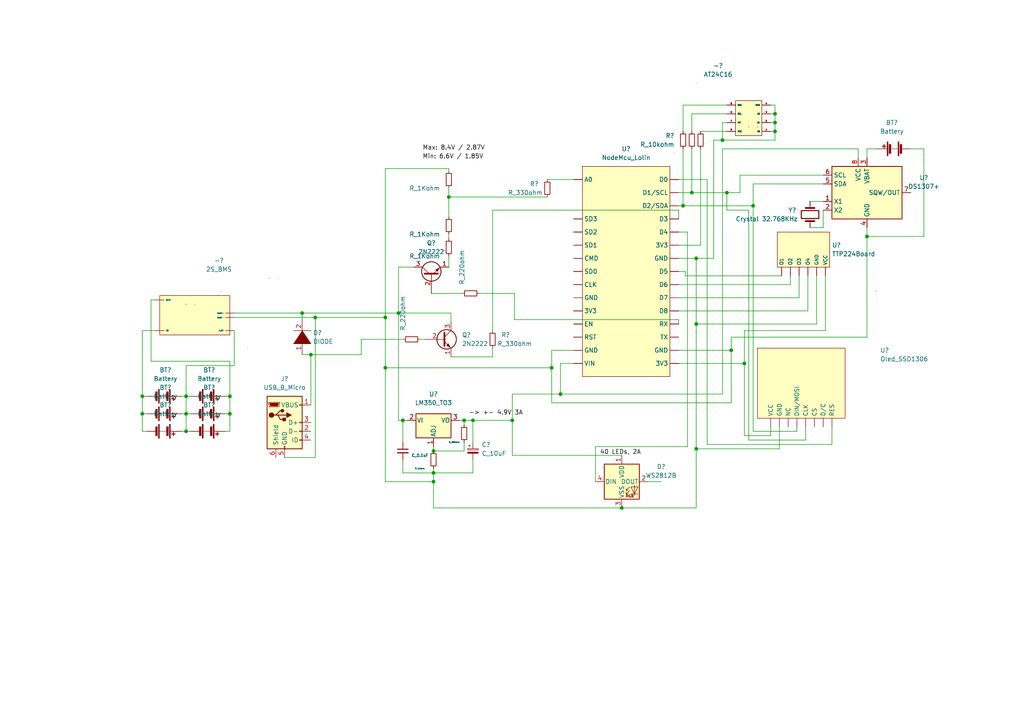
<source format=kicad_sch>
(kicad_sch (version 20211123) (generator eeschema)
  (paper "A4")
  (lib_symbols
    (symbol "Connector:USB_B_Micro" (pin_names (offset 1.016))
      (property "Reference" "J" (at -5.08 11.43 0))
      (property "Value" "USB_B_Micro" (at -5.08 8.89 0))
      (symbol "USB_B_Micro_0_1"
        (rectangle (start -5.08 -7.62) (end 5.08 7.62) (stroke (width 0.254)) (fill (type background)))
        (circle (center -3.81 2.159) (radius 0.635) (stroke (width 0.254)) (fill (type outline)))
        (circle (center -0.635 3.429) (radius 0.381) (stroke (width 0.254)) (fill (type outline)))
        (rectangle (start -0.127 -7.62) (end 0.127 -6.858))
        (polyline (pts (xy -1.905 2.159) (xy 0.635 2.159)) (stroke (width 0.254)))
        (polyline (pts (xy -3.175 2.159) (xy -2.54 2.159) (xy -1.27 3.429) (xy -0.635 3.429)) (stroke (width 0.254)))
        (polyline (pts (xy -2.54 2.159) (xy -1.905 2.159) (xy -1.27 0.889) (xy 0 0.889)) (stroke (width 0.254)))
        (polyline (pts (xy 0.635 2.794) (xy 0.635 1.524) (xy 1.905 2.159) (xy 0.635 2.794)) (stroke (width 0.254)) (fill (type outline)))
        (polyline (pts (xy -4.318 5.588) (xy -1.778 5.588) (xy -2.032 4.826) (xy -4.064 4.826) (xy -4.318 5.588)) (fill (type outline)))
        (polyline (pts (xy -4.699 5.842) (xy -4.699 5.588) (xy -4.445 4.826) (xy -4.445 4.572) (xy -1.651 4.572) (xy -1.651 4.826) (xy -1.397 5.588) (xy -1.397 5.842) (xy -4.699 5.842)))
        (rectangle (start 0.254 1.27) (end -0.508 0.508) (stroke (width 0.254)) (fill (type outline)))
        (rectangle (start 5.08 -5.207) (end 4.318 -4.953))
        (rectangle (start 5.08 -2.667) (end 4.318 -2.413))
        (rectangle (start 5.08 -0.127) (end 4.318 0.127))
        (rectangle (start 5.08 4.953) (end 4.318 5.207))
      )
      (symbol "USB_B_Micro_1_1"
        (pin power_out line (at 7.62 5.08 180) (length 2.54) (name "VBUS") (number "1"))
        (pin bidirectional line (at 7.62 -2.54 180) (length 2.54) (name "D-") (number "2"))
        (pin bidirectional line (at 7.62 0 180) (length 2.54) (name "D+") (number "3"))
        (pin passive line (at 7.62 -5.08 180) (length 2.54) (name "ID") (number "4"))
        (pin power_out line (at 0 -10.16 90) (length 2.54) (name "GND") (number "5"))
        (pin passive line (at -2.54 -10.16 90) (length 2.54) (name "Shield") (number "6"))
      )
    )
    (symbol "Device:Battery" (pin_numbers hide) (pin_names (offset 0) hide)
      (property "Reference" "BT" (at 2.54 2.54 0))
      (property "Value" "Battery" (at 2.54 0 0))
      (symbol "Battery_0_1"
        (rectangle (start -2.032 -1.397) (end 2.032 -1.651) (fill (type outline)))
        (rectangle (start -2.032 1.778) (end 2.032 1.524) (fill (type outline)))
        (rectangle (start -1.3208 -1.9812) (end 1.27 -2.4892) (fill (type outline)))
        (rectangle (start -1.3208 1.1938) (end 1.27 0.6858) (fill (type outline)))
        (polyline (pts (xy 0 -1.524) (xy 0 -1.27)))
        (polyline (pts (xy 0 -1.016) (xy 0 -0.762)))
        (polyline (pts (xy 0 -0.508) (xy 0 -0.254)))
        (polyline (pts (xy 0 0) (xy 0 0.254)))
        (polyline (pts (xy 0 0.508) (xy 0 0.762)))
        (polyline (pts (xy 0 1.778) (xy 0 2.54)))
        (polyline (pts (xy 0.254 2.667) (xy 1.27 2.667)) (stroke (width 0.254)))
        (polyline (pts (xy 0.762 3.175) (xy 0.762 2.159)) (stroke (width 0.254)))
      )
      (symbol "Battery_1_1"
        (pin passive line (at 0 5.08 270) (length 2.54) (name "+") (number "1"))
        (pin passive line (at 0 -5.08 90) (length 2.54) (name "-") (number "2"))
      )
    )
    (symbol "Device:C_Polarized_Small" (pin_numbers hide) (pin_names (offset 0.254) hide)
      (property "Reference" "C" (at 0.254 1.778 0))
      (property "Value" "C_Polarized_Small" (at 0.254 -2.032 0))
      (symbol "C_Polarized_Small_0_1"
        (rectangle (start -1.524 -0.3048) (end 1.524 -0.6858) (fill (type outline)))
        (rectangle (start -1.524 0.6858) (end 1.524 0.3048))
        (polyline (pts (xy -1.27 1.524) (xy -0.762 1.524)))
        (polyline (pts (xy -1.016 1.27) (xy -1.016 1.778)))
      )
      (symbol "C_Polarized_Small_1_1"
        (pin passive line (at 0 2.54 270) (length 1.8542) (name "~") (number "1"))
        (pin passive line (at 0 -2.54 90) (length 1.8542) (name "~") (number "2"))
      )
    )
    (symbol "Device:C_Small" (pin_numbers hide) (pin_names (offset 0.254) hide)
      (property "Reference" "C" (at 0.254 1.778 0))
      (property "Value" "C_Small" (at 0.254 -2.032 0))
      (symbol "C_Small_0_1"
        (polyline (pts (xy -1.524 -0.508) (xy 1.524 -0.508)) (stroke (width 0.3302)))
        (polyline (pts (xy -1.524 0.508) (xy 1.524 0.508)) (stroke (width 0.3048)))
      )
      (symbol "C_Small_1_1"
        (pin passive line (at 0 2.54 270) (length 2.032) (name "~") (number "1"))
        (pin passive line (at 0 -2.54 90) (length 2.032) (name "~") (number "2"))
      )
    )
    (symbol "Device:Crystal" (pin_numbers hide) (pin_names (offset 1.016) hide)
      (property "Reference" "Y" (at 0 3.81 0))
      (property "Value" "Crystal" (at 0 -3.81 0))
      (symbol "Crystal_0_1"
        (rectangle (start -1.143 2.54) (end 1.143 -2.54) (stroke (width 0.3048)))
        (polyline (pts (xy -2.54 0) (xy -1.905 0)))
        (polyline (pts (xy -1.905 -1.27) (xy -1.905 1.27)) (stroke (width 0.508)))
        (polyline (pts (xy 1.905 -1.27) (xy 1.905 1.27)) (stroke (width 0.508)))
        (polyline (pts (xy 2.54 0) (xy 1.905 0)))
      )
      (symbol "Crystal_1_1"
        (pin passive line (at -3.81 0 0) (length 1.27) (name "1") (number "1"))
        (pin passive line (at 3.81 0 180) (length 1.27) (name "2") (number "2"))
      )
    )
    (symbol "Device:R_Small" (pin_numbers hide) (pin_names (offset 0.254) hide)
      (property "Reference" "R" (at 0.762 0.508 0))
      (property "Value" "R_Small" (at 0.762 -1.016 0))
      (symbol "R_Small_0_1"
        (rectangle (start -0.762 1.778) (end 0.762 -1.778) (stroke (width 0.2032)))
      )
      (symbol "R_Small_1_1"
        (pin passive line (at 0 2.54 270) (length 0.762) (name "~") (number "1"))
        (pin passive line (at 0 -2.54 90) (length 0.762) (name "~") (number "2"))
      )
    )
    (symbol "LED:WS2812B" (pin_names (offset 0.254))
      (property "Reference" "D" (at 5.08 5.715 0))
      (property "Value" "WS2812B" (at 1.27 -5.715 0))
      (symbol "WS2812B_0_0"
        (text "RGB" (at 2.286 -4.191 0) (effects (font (size 0.762 0.762))))
      )
      (symbol "WS2812B_0_1"
        (polyline (pts (xy 1.27 -3.556) (xy 1.778 -3.556)))
        (polyline (pts (xy 1.27 -2.54) (xy 1.778 -2.54)))
        (polyline (pts (xy 4.699 -3.556) (xy 2.667 -3.556)))
        (polyline (pts (xy 2.286 -2.54) (xy 1.27 -3.556) (xy 1.27 -3.048)))
        (polyline (pts (xy 2.286 -1.524) (xy 1.27 -2.54) (xy 1.27 -2.032)))
        (polyline (pts (xy 3.683 -1.016) (xy 3.683 -3.556) (xy 3.683 -4.064)))
        (polyline (pts (xy 4.699 -1.524) (xy 2.667 -1.524) (xy 3.683 -3.556) (xy 4.699 -1.524)))
        (rectangle (start 5.08 5.08) (end -5.08 -5.08) (stroke (width 0.254)) (fill (type background)))
      )
      (symbol "WS2812B_1_1"
        (pin power_in line (at 0 7.62 270) (length 2.54) (name "VDD") (number "1"))
        (pin output line (at 7.62 0 180) (length 2.54) (name "DOUT") (number "2"))
        (pin power_in line (at 0 -7.62 90) (length 2.54) (name "VSS") (number "3"))
        (pin input line (at -7.62 0 0) (length 2.54) (name "DIN") (number "4"))
      )
    )
    (symbol "Oled_SSD1306_1"
      (property "Reference" "U" (at 0 0 0))
      (property "Value" "Oled_SSD1306_1" (at 0 0 0))
      (symbol "Oled_SSD1306_1_0_1"
        (rectangle (start -12.7 -3.81) (end 12.7 -24.13) (fill (type background)))
        (rectangle (start 21.59 12.7) (end 21.59 12.7))
        (rectangle (start 21.59 12.7) (end 21.59 12.7))
        (rectangle (start 21.59 12.7) (end 21.59 12.7))
        (rectangle (start 21.59 12.7) (end 21.59 12.7))
        (rectangle (start 21.59 12.7) (end 21.59 12.7))
        (rectangle (start 21.59 12.7) (end 21.59 12.7))
        (rectangle (start 21.59 12.7) (end 21.59 12.7))
        (rectangle (start 21.59 12.7) (end 21.59 12.7))
      )
      (symbol "Oled_SSD1306_1_1_1"
        (pin input line (at 1.27 -26.67 90) (length 2.54) (name "CLK") (number ""))
        (pin input line (at 3.81 -26.67 90) (length 2.54) (name "CS") (number ""))
        (pin input line (at 6.35 -26.67 90) (length 2.54) (name "D/C") (number ""))
        (pin bidirectional line (at -1.27 -26.67 90) (length 2.54) (name "DIN/MOSI") (number ""))
        (pin power_in line (at -6.35 -26.67 90) (length 2.54) (name "GND") (number ""))
        (pin input line (at -3.81 -26.67 90) (length 2.54) (name "NC") (number ""))
        (pin input line (at 8.89 -26.67 90) (length 2.54) (name "RES") (number ""))
        (pin power_in line (at -8.89 -26.67 90) (length 2.54) (name "VCC") (number ""))
      )
    )
    (symbol "Regulator_Linear:LM350_TO3" (pin_names (offset 0.254))
      (property "Reference" "U" (at -3.81 3.175 0))
      (property "Value" "LM350_TO3" (at 0 3.175 0))
      (symbol "LM350_TO3_0_1"
        (rectangle (start -5.08 1.905) (end 5.08 -5.08) (stroke (width 0.254)) (fill (type background)))
      )
      (symbol "LM350_TO3_1_1"
        (pin input line (at 0 -7.62 90) (length 2.54) (name "ADJ") (number "1"))
        (pin power_in line (at -7.62 0 0) (length 2.54) (name "VI") (number "2"))
        (pin power_out line (at 7.62 0 180) (length 2.54) (name "VO") (number "3"))
      )
    )
    (symbol "Timer_RTC:DS1307+"
      (property "Reference" "U" (at -8.89 8.89 0))
      (property "Value" "DS1307+" (at 1.27 8.89 0))
      (symbol "DS1307+_0_1"
        (rectangle (start -10.16 7.62) (end 10.16 -7.62) (stroke (width 0.254)) (fill (type background)))
      )
      (symbol "DS1307+_1_1"
        (pin input line (at -12.7 -2.54 0) (length 2.54) (name "X1") (number "1"))
        (pin input line (at -12.7 -5.08 0) (length 2.54) (name "X2") (number "2"))
        (pin power_in line (at 0 10.16 270) (length 2.54) (name "VBAT") (number "3"))
        (pin power_in line (at 0 -10.16 90) (length 2.54) (name "GND") (number "4"))
        (pin bidirectional line (at -12.7 2.54 0) (length 2.54) (name "SDA") (number "5"))
        (pin input line (at -12.7 5.08 0) (length 2.54) (name "SCL") (number "6"))
        (pin open_collector line (at 12.7 0 180) (length 2.54) (name "SQW/OUT") (number "7"))
        (pin power_in line (at -2.54 10.16 270) (length 2.54) (name "VCC") (number "8"))
      )
    )
    (symbol "custom_boards:2N2222" (pin_names (offset 0) hide)
      (property "Reference" "Q" (at 5.08 1.905 0))
      (property "Value" "2N2222" (at 5.08 0 0))
      (symbol "2N2222_0_1"
        (polyline (pts (xy 0.635 0.635) (xy 2.54 2.54)))
        (polyline (pts (xy 0.635 -0.635) (xy 2.54 -2.54) (xy 2.54 -2.54)))
        (polyline (pts (xy 0.635 1.905) (xy 0.635 -1.905) (xy 0.635 -1.905)) (stroke (width 0.508)))
        (polyline (pts (xy 1.27 -1.778) (xy 1.778 -1.27) (xy 2.286 -2.286) (xy 1.27 -1.778) (xy 1.27 -1.778)) (fill (type outline)))
        (circle (center 1.27 0) (radius 2.8194) (stroke (width 0.254)))
      )
      (symbol "2N2222_1_1"
        (pin passive line (at 2.54 -5.08 90) (length 2.54) (name "E") (number "1"))
        (pin passive line (at -5.08 0 0) (length 5.715) (name "B") (number "2"))
        (pin passive line (at 2.54 5.08 270) (length 2.54) (name "C") (number "3"))
      )
    )
    (symbol "custom_boards:2S_BMS"
      (property "Reference" "-" (at 0 7.62 0))
      (property "Value" "2S_BMS" (at 0 5.08 0))
      (symbol "2S_BMS_0_1"
        (rectangle (start -10.16 2.54) (end 10.16 -8.89) (fill (type background)))
        (rectangle (start -2.54 0) (end -2.54 0))
        (rectangle (start -2.54 0) (end -2.54 0))
        (rectangle (start -2.54 0) (end -2.54 0))
        (rectangle (start 0 0) (end 0 0))
        (rectangle (start 0 0) (end 0 0))
        (rectangle (start 7.62 3.81) (end 7.62 3.81))
        (rectangle (start 7.62 3.81) (end 7.62 3.81))
        (rectangle (start 15.24 -12.7) (end 15.24 -12.7))
        (rectangle (start 21.59 7.62) (end 21.59 7.62))
        (rectangle (start 21.59 7.62) (end 21.59 7.62))
        (rectangle (start 24.13 7.62) (end 24.13 7.62))
      )
      (symbol "2S_BMS_1_1"
        (pin power_out line (at -11.43 -7.62 0) (length 2.54) (name "0V") (number ""))
        (pin power_out line (at 11.43 -7.62 180) (length 2.54) (name "4.2V") (number ""))
        (pin power_out line (at -11.43 1.27 0) (length 2.54) (name "8.4V") (number ""))
        (pin power_in line (at 11.43 -2.54 180) (length 2.54) (name "load+") (number ""))
        (pin power_in line (at 11.43 -3.81 180) (length 2.54) (name "load-") (number ""))
      )
    )
    (symbol "custom_boards:AT24C16"
      (property "Reference" "-" (at 0 7.62 0))
      (property "Value" "AT24C16" (at 0 5.08 0))
      (symbol "AT24C16_0_1"
        (rectangle (start -3.81 2.54) (end 3.81 -7.62) (fill (type background)))
        (rectangle (start -2.54 0) (end -2.54 0))
        (rectangle (start -2.54 0) (end -2.54 0))
        (rectangle (start -2.54 0) (end -2.54 0))
        (rectangle (start 0 0) (end 0 0))
        (rectangle (start 0 0) (end 0 0))
        (rectangle (start 7.62 3.81) (end 7.62 3.81))
        (rectangle (start 7.62 3.81) (end 7.62 3.81))
        (rectangle (start 15.24 -12.7) (end 15.24 -12.7))
        (rectangle (start 21.59 7.62) (end 21.59 7.62))
        (rectangle (start 21.59 7.62) (end 21.59 7.62))
      )
      (symbol "AT24C16_1_1"
        (pin bidirectional line (at -6.35 1.27 0) (length 2.54) (name "A0") (number "1"))
        (pin bidirectional line (at -6.35 -1.27 0) (length 2.54) (name "A1") (number "2"))
        (pin bidirectional line (at -6.35 -3.81 0) (length 2.54) (name "A2") (number "3"))
        (pin power_in line (at -6.35 -6.35 0) (length 2.54) (name "GND") (number "4"))
        (pin bidirectional line (at 6.35 -6.35 180) (length 2.54) (name "SDA") (number "5"))
        (pin input line (at 6.35 -3.81 180) (length 2.54) (name "SCL") (number "6"))
        (pin bidirectional line (at 6.35 -1.27 180) (length 2.54) (name "WP") (number "7"))
        (pin power_in line (at 6.35 1.27 180) (length 2.54) (name "VCC") (number "8"))
      )
    )
    (symbol "custom_boards:NodeMcu_Lolin"
      (property "Reference" "U" (at 0 2.54 0))
      (property "Value" "NodeMcu_Lolin" (at 0 0 0))
      (symbol "NodeMcu_Lolin_0_1"
        (rectangle (start -12.7 -3.81) (end 12.7 -64.77) (fill (type background)))
        (rectangle (start -3.81 -3.81) (end -3.81 -3.81))
        (rectangle (start 6.35 -11.43) (end 6.35 -11.43))
      )
      (symbol "NodeMcu_Lolin_1_1"
        (pin power_out line (at -15.24 -45.72 0) (length 2.54) (name "3V3") (number ""))
        (pin power_out line (at 15.24 -60.96 180) (length 2.54) (name "3V3") (number ""))
        (pin power_out line (at 15.24 -26.67 180) (length 2.54) (name "3V3") (number ""))
        (pin bidirectional line (at -15.24 -7.62 0) (length 2.54) (name "A0") (number ""))
        (pin bidirectional line (at -15.24 -38.1 0) (length 2.54) (name "CLK") (number ""))
        (pin bidirectional line (at -15.24 -30.48 0) (length 2.54) (name "CMD") (number ""))
        (pin bidirectional line (at 15.24 -7.62 180) (length 2.54) (name "D0") (number ""))
        (pin bidirectional line (at 15.24 -11.43 180) (length 2.54) (name "D1/SCL") (number ""))
        (pin bidirectional line (at 15.24 -15.24 180) (length 2.54) (name "D2/SDA") (number ""))
        (pin bidirectional line (at 15.24 -19.05 180) (length 2.54) (name "D3") (number ""))
        (pin bidirectional line (at 15.24 -22.86 180) (length 2.54) (name "D4") (number ""))
        (pin bidirectional line (at 15.24 -34.29 180) (length 2.54) (name "D5") (number ""))
        (pin bidirectional line (at 15.24 -38.1 180) (length 2.54) (name "D6") (number ""))
        (pin bidirectional line (at 15.24 -41.91 180) (length 2.54) (name "D7") (number ""))
        (pin bidirectional line (at 15.24 -45.72 180) (length 2.54) (name "D8") (number ""))
        (pin input line (at -15.24 -49.53 0) (length 2.54) (name "EN") (number ""))
        (pin power_in line (at -15.24 -57.15 0) (length 2.54) (name "GND") (number ""))
        (pin power_out line (at -15.24 -41.91 0) (length 2.54) (name "GND") (number ""))
        (pin power_out line (at 15.24 -57.15 180) (length 2.54) (name "GND") (number ""))
        (pin power_out line (at 15.24 -30.48 180) (length 2.54) (name "GND") (number ""))
        (pin input line (at -15.24 -53.34 0) (length 2.54) (name "RST") (number ""))
        (pin bidirectional line (at 15.24 -49.53 180) (length 2.54) (name "RX") (number ""))
        (pin bidirectional line (at -15.24 -34.29 0) (length 2.54) (name "SD0") (number ""))
        (pin bidirectional line (at -15.24 -26.67 0) (length 2.54) (name "SD1") (number ""))
        (pin bidirectional line (at -15.24 -22.86 0) (length 2.54) (name "SD2") (number ""))
        (pin bidirectional line (at -15.24 -19.05 0) (length 2.54) (name "SD3") (number ""))
        (pin bidirectional line (at 15.24 -53.34 180) (length 2.54) (name "TX") (number ""))
        (pin power_in line (at -15.24 -60.96 0) (length 2.54) (name "VIN") (number ""))
      )
    )
    (symbol "custom_boards:TTP224Board"
      (property "Reference" "U" (at 0 2.54 0))
      (property "Value" "TTP224Board" (at 0 0 0))
      (symbol "TTP224Board_0_1"
        (rectangle (start -7.62 -1.27) (end 7.62 -11.43) (fill (type background)))
        (rectangle (start -3.81 -2.54) (end -3.81 -2.54))
      )
      (symbol "TTP224Board_1_1"
        (pin power_in line (at 3.81 -13.97 90) (length 2.54) (name "GND") (number ""))
        (pin output line (at -6.35 -13.97 90) (length 2.54) (name "O1") (number ""))
        (pin output line (at -3.81 -13.97 90) (length 2.54) (name "O2") (number ""))
        (pin output line (at -1.27 -13.97 90) (length 2.54) (name "O3") (number ""))
        (pin output line (at 1.27 -13.97 90) (length 2.54) (name "O4") (number ""))
        (pin power_in line (at 6.35 -13.97 90) (length 2.54) (name "VCC") (number ""))
      )
    )
    (symbol "pspice:DIODE" (pin_names (offset 1.016) hide)
      (property "Reference" "D" (at 0 3.81 0))
      (property "Value" "DIODE" (at 0 -4.445 0))
      (symbol "DIODE_0_1"
        (polyline (pts (xy 1.905 2.54) (xy 1.905 -2.54)))
        (polyline (pts (xy -1.905 2.54) (xy -1.905 -2.54) (xy 1.905 0)) (fill (type outline)))
      )
      (symbol "DIODE_1_1"
        (pin input line (at -5.08 0 0) (length 3.81) (name "K") (number "1"))
        (pin input line (at 5.08 0 180) (length 3.81) (name "A") (number "2"))
      )
    )
  )
  (junction (at 134.62 121.92))
  (junction (at 125.73 139.7))
  (junction (at 180.34 147.32))
  (junction (at 224.79 38.1))
  (junction (at 41.275 120.015))
  (junction (at 91.44 92.075))
  (junction (at 90.17 102.87))
  (junction (at 111.76 106.68))
  (junction (at 251.46 68.58))
  (junction (at 66.675 114.935))
  (junction (at 160.02 106.68))
  (junction (at 200.66 55.88))
  (junction (at 130.175 57.15))
  (junction (at 210.82 55.88))
  (junction (at 53.975 120.015))
  (junction (at 198.12 59.69))
  (junction (at 215.9 105.41))
  (junction (at 125.73 130.81))
  (junction (at 224.79 35.56))
  (junction (at 41.275 114.935))
  (junction (at 137.16 121.92))
  (junction (at 116.84 121.92))
  (junction (at 148.59 121.92))
  (junction (at 212.09 101.6))
  (junction (at 224.79 33.02))
  (junction (at 125.73 137.16))
  (junction (at 218.44 59.69))
  (junction (at 111.76 92.075))
  (junction (at 66.675 120.015))
  (junction (at 53.975 114.935))
  (junction (at 87.63 90.805))
  (junction (at 201.93 74.93))
  (junction (at 53.975 125.095))
  (junction (at 115.57 90.805))
  (junction (at 162.56 114.3))
  (junction (at 201.93 130.175))
  (junction (at 209.55 40.64))
  (junction (at 201.93 93.98))
  (wire (pts (xy 134.62 121.92) (xy 137.16 121.92)))
  (wire (pts (xy 130.175 67.945) (xy 130.175 69.215)))
  (wire (pts (xy 137.16 133.35) (xy 137.16 137.16)))
  (wire (pts (xy 200.66 43.18) (xy 200.66 55.88)))
  (wire (pts (xy 201.93 74.93) (xy 201.93 93.98)))
  (wire (pts (xy 209.55 40.64) (xy 207.01 40.64)))
  (wire (pts (xy 52.705 120.015) (xy 53.975 120.015)))
  (wire (pts (xy 196.85 52.07) (xy 205.105 52.07)))
  (wire (pts (xy 238.76 66.04) (xy 238.76 60.96)))
  (wire (pts (xy 198.755 80.01) (xy 198.755 78.74)))
  (wire (pts (xy 223.52 33.02) (xy 224.79 33.02)))
  (wire (pts (xy 65.405 120.015) (xy 66.675 120.015)))
  (wire (pts (xy 180.34 147.32) (xy 125.73 147.32)))
  (wire (pts (xy 224.79 35.56) (xy 224.79 38.1)))
  (wire (pts (xy 52.705 114.935) (xy 53.975 114.935)))
  (wire (pts (xy 160.02 106.68) (xy 160.02 101.6)))
  (wire (pts (xy 248.92 43.18) (xy 248.92 45.72)))
  (wire (pts (xy 215.9 126.365) (xy 223.52 126.365)))
  (wire (pts (xy 223.52 126.365) (xy 223.52 123.825)))
  (wire (pts (xy 196.85 92.71) (xy 149.225 92.71)))
  (wire (pts (xy 241.3 123.825) (xy 241.3 128.905)))
  (wire (pts (xy 130.175 54.61) (xy 130.175 57.15)))
  (wire (pts (xy 251.46 43.18) (xy 251.46 45.72)))
  (wire (pts (xy 226.695 80.01) (xy 198.755 80.01)))
  (wire (pts (xy 134.62 130.81) (xy 125.73 130.81)))
  (wire (pts (xy 134.62 121.92) (xy 134.62 123.19)))
  (wire (pts (xy 203.2 38.1) (xy 210.82 38.1)))
  (wire (pts (xy 251.46 97.79) (xy 212.09 97.79)))
  (wire (pts (xy 111.76 139.7) (xy 111.76 106.68)))
  (wire (pts (xy 212.09 116.84) (xy 160.02 116.84)))
  (wire (pts (xy 130.175 57.15) (xy 130.175 62.865)))
  (wire (pts (xy 139.065 85.09) (xy 149.225 85.09)))
  (wire (pts (xy 212.09 97.79) (xy 212.09 101.6)))
  (wire (pts (xy 196.85 67.31) (xy 199.39 67.31)))
  (wire (pts (xy 210.82 55.88) (xy 214.63 55.88)))
  (wire (pts (xy 239.395 80.01) (xy 239.395 95.885)))
  (wire (pts (xy 65.405 114.935) (xy 66.675 114.935)))
  (wire (pts (xy 218.44 125.095) (xy 218.44 59.69)))
  (wire (pts (xy 229.235 80.01) (xy 229.235 82.55)))
  (wire (pts (xy 196.85 101.6) (xy 212.09 101.6)))
  (wire (pts (xy 198.12 30.48) (xy 210.82 30.48)))
  (wire (pts (xy 111.76 48.895) (xy 130.175 48.895)))
  (wire (pts (xy 231.14 125.095) (xy 218.44 125.095)))
  (wire (pts (xy 148.59 132.08) (xy 180.34 132.08)))
  (wire (pts (xy 130.175 74.295) (xy 130.175 77.47)))
  (wire (pts (xy 214.63 50.8) (xy 238.76 50.8)))
  (wire (pts (xy 115.57 121.92) (xy 116.84 121.92)))
  (wire (pts (xy 67.945 95.885) (xy 67.945 106.045)))
  (wire (pts (xy 214.63 55.88) (xy 214.63 50.8)))
  (wire (pts (xy 196.85 71.12) (xy 203.2 71.12)))
  (wire (pts (xy 41.275 120.015) (xy 41.275 125.095)))
  (wire (pts (xy 231.775 86.36) (xy 196.85 86.36)))
  (wire (pts (xy 200.66 33.02) (xy 210.82 33.02)))
  (wire (pts (xy 116.84 137.16) (xy 125.73 137.16)))
  (wire (pts (xy 217.17 127.635) (xy 217.17 60.96)))
  (wire (pts (xy 231.14 123.825) (xy 231.14 125.095)))
  (wire (pts (xy 207.01 74.93) (xy 201.93 74.93)))
  (wire (pts (xy 212.09 101.6) (xy 212.09 116.84)))
  (wire (pts (xy 162.56 114.3) (xy 209.55 114.3)))
  (wire (pts (xy 125.73 135.89) (xy 125.73 137.16)))
  (wire (pts (xy 233.68 127.635) (xy 217.17 127.635)))
  (wire (pts (xy 45.085 95.885) (xy 41.275 95.885)))
  (wire (pts (xy 67.945 90.805) (xy 87.63 90.805)))
  (wire (pts (xy 217.17 60.96) (xy 210.82 60.96)))
  (wire (pts (xy 125.095 85.09) (xy 133.985 85.09)))
  (wire (pts (xy 148.59 121.92) (xy 148.59 132.08)))
  (wire (pts (xy 142.875 60.96) (xy 142.875 95.885)))
  (wire (pts (xy 67.945 106.045) (xy 53.975 106.045)))
  (wire (pts (xy 90.17 102.87) (xy 104.775 102.87)))
  (wire (pts (xy 196.85 105.41) (xy 215.9 105.41)))
  (wire (pts (xy 180.34 147.32) (xy 201.93 147.32)))
  (wire (pts (xy 223.52 30.48) (xy 224.79 30.48)))
  (wire (pts (xy 239.395 95.885) (xy 215.9 95.885)))
  (wire (pts (xy 198.12 38.1) (xy 198.12 30.48)))
  (wire (pts (xy 53.975 114.935) (xy 55.245 114.935)))
  (wire (pts (xy 210.82 60.96) (xy 210.82 55.88)))
  (wire (pts (xy 91.44 92.075) (xy 111.76 92.075)))
  (wire (pts (xy 91.44 132.715) (xy 91.44 92.075)))
  (wire (pts (xy 198.12 43.18) (xy 198.12 59.69)))
  (wire (pts (xy 215.9 95.885) (xy 215.9 105.41)))
  (wire (pts (xy 226.06 123.825) (xy 226.06 130.175)))
  (wire (pts (xy 115.57 90.805) (xy 115.57 121.92)))
  (wire (pts (xy 148.59 114.3) (xy 162.56 114.3)))
  (wire (pts (xy 251.46 68.58) (xy 251.46 97.79)))
  (wire (pts (xy 91.44 92.075) (xy 67.945 92.075)))
  (wire (pts (xy 162.56 105.41) (xy 162.56 114.3)))
  (wire (pts (xy 234.95 58.42) (xy 238.76 58.42)))
  (wire (pts (xy 218.44 53.34) (xy 238.76 53.34)))
  (wire (pts (xy 130.81 93.345) (xy 130.81 90.805)))
  (wire (pts (xy 125.73 137.16) (xy 137.16 137.16)))
  (wire (pts (xy 210.82 35.56) (xy 209.55 35.56)))
  (wire (pts (xy 90.17 117.475) (xy 90.17 102.87)))
  (wire (pts (xy 229.235 82.55) (xy 196.85 82.55)))
  (wire (pts (xy 82.55 132.715) (xy 91.44 132.715)))
  (wire (pts (xy 172.72 129.54) (xy 172.72 139.7)))
  (wire (pts (xy 226.06 130.175) (xy 201.93 130.175)))
  (wire (pts (xy 121.92 98.425) (xy 123.19 98.425)))
  (wire (pts (xy 41.275 95.885) (xy 41.275 114.935)))
  (wire (pts (xy 133.35 121.92) (xy 134.62 121.92)))
  (wire (pts (xy 215.9 105.41) (xy 215.9 126.365)))
  (wire (pts (xy 41.275 125.095) (xy 42.545 125.095)))
  (wire (pts (xy 53.975 106.045) (xy 53.975 114.935)))
  (wire (pts (xy 142.875 60.96) (xy 196.85 60.96)))
  (wire (pts (xy 104.775 102.87) (xy 104.775 98.425)))
  (wire (pts (xy 104.775 98.425) (xy 116.84 98.425)))
  (wire (pts (xy 196.85 93.98) (xy 196.85 92.71)))
  (wire (pts (xy 223.52 35.56) (xy 224.79 35.56)))
  (wire (pts (xy 198.12 59.69) (xy 218.44 59.69)))
  (wire (pts (xy 207.01 40.64) (xy 207.01 74.93)))
  (wire (pts (xy 267.97 68.58) (xy 251.46 68.58)))
  (wire (pts (xy 254 43.18) (xy 251.46 43.18)))
  (wire (pts (xy 234.315 80.01) (xy 234.315 90.17)))
  (wire (pts (xy 201.93 93.98) (xy 201.93 130.175)))
  (wire (pts (xy 234.95 66.04) (xy 238.76 66.04)))
  (wire (pts (xy 115.57 90.805) (xy 130.81 90.805)))
  (wire (pts (xy 90.17 102.87) (xy 87.63 102.87)))
  (wire (pts (xy 160.02 101.6) (xy 166.37 101.6)))
  (wire (pts (xy 224.79 40.64) (xy 209.55 40.64)))
  (wire (pts (xy 111.76 92.075) (xy 111.76 106.68)))
  (wire (pts (xy 196.85 60.96) (xy 196.85 63.5)))
  (wire (pts (xy 200.66 55.88) (xy 210.82 55.88)))
  (wire (pts (xy 53.975 114.935) (xy 53.975 120.015)))
  (wire (pts (xy 87.63 90.805) (xy 87.63 92.71)))
  (wire (pts (xy 125.73 147.32) (xy 125.73 139.7)))
  (wire (pts (xy 209.55 35.56) (xy 209.55 40.64)))
  (wire (pts (xy 137.16 121.92) (xy 148.59 121.92)))
  (wire (pts (xy 134.62 128.27) (xy 134.62 130.81)))
  (wire (pts (xy 149.225 92.71) (xy 149.225 85.09)))
  (wire (pts (xy 160.02 116.84) (xy 160.02 106.68)))
  (wire (pts (xy 224.79 38.1) (xy 224.79 40.64)))
  (wire (pts (xy 264.16 43.18) (xy 267.97 43.18)))
  (wire (pts (xy 142.875 100.965) (xy 142.875 103.505)))
  (wire (pts (xy 130.175 48.895) (xy 130.175 49.53)))
  (wire (pts (xy 43.815 86.995) (xy 45.085 86.995)))
  (wire (pts (xy 53.975 120.015) (xy 55.245 120.015)))
  (wire (pts (xy 53.975 120.015) (xy 53.975 125.095)))
  (wire (pts (xy 267.97 43.18) (xy 267.97 68.58)))
  (wire (pts (xy 200.66 38.1) (xy 200.66 33.02)))
  (wire (pts (xy 111.76 48.895) (xy 111.76 92.075)))
  (wire (pts (xy 148.59 121.92) (xy 148.59 114.3)))
  (wire (pts (xy 162.56 105.41) (xy 166.37 105.41)))
  (wire (pts (xy 203.2 71.12) (xy 203.2 43.18)))
  (wire (pts (xy 130.81 103.505) (xy 142.875 103.505)))
  (wire (pts (xy 116.84 121.92) (xy 116.84 128.27)))
  (wire (pts (xy 234.315 90.17) (xy 196.85 90.17)))
  (wire (pts (xy 224.79 30.48) (xy 224.79 33.02)))
  (wire (pts (xy 125.73 130.81) (xy 125.73 129.54)))
  (wire (pts (xy 205.105 52.07) (xy 205.105 128.905)))
  (wire (pts (xy 236.855 93.98) (xy 201.93 93.98)))
  (wire (pts (xy 201.93 130.175) (xy 201.93 147.32)))
  (wire (pts (xy 41.275 114.935) (xy 42.545 114.935)))
  (wire (pts (xy 158.75 52.07) (xy 166.37 52.07)))
  (wire (pts (xy 115.57 77.47) (xy 115.57 90.805)))
  (wire (pts (xy 209.55 114.3) (xy 209.55 43.18)))
  (wire (pts (xy 53.975 125.095) (xy 55.245 125.095)))
  (wire (pts (xy 236.855 80.01) (xy 236.855 93.98)))
  (wire (pts (xy 218.44 59.69) (xy 218.44 53.34)))
  (wire (pts (xy 65.405 125.095) (xy 66.675 125.095)))
  (wire (pts (xy 66.675 125.095) (xy 66.675 120.015)))
  (wire (pts (xy 87.63 90.805) (xy 115.57 90.805)))
  (wire (pts (xy 116.84 133.35) (xy 116.84 137.16)))
  (wire (pts (xy 41.275 120.015) (xy 42.545 120.015)))
  (wire (pts (xy 137.16 121.92) (xy 137.16 128.27)))
  (wire (pts (xy 224.79 33.02) (xy 224.79 35.56)))
  (wire (pts (xy 209.55 43.18) (xy 248.92 43.18)))
  (wire (pts (xy 199.39 129.54) (xy 172.72 129.54)))
  (wire (pts (xy 196.85 59.69) (xy 198.12 59.69)))
  (wire (pts (xy 251.46 68.58) (xy 251.46 66.04)))
  (wire (pts (xy 233.68 123.825) (xy 233.68 127.635)))
  (wire (pts (xy 111.76 106.68) (xy 160.02 106.68)))
  (wire (pts (xy 125.73 137.16) (xy 125.73 139.7)))
  (wire (pts (xy 196.85 55.88) (xy 200.66 55.88)))
  (wire (pts (xy 125.73 139.7) (xy 111.76 139.7)))
  (wire (pts (xy 41.275 114.935) (xy 41.275 120.015)))
  (wire (pts (xy 199.39 67.31) (xy 199.39 129.54)))
  (wire (pts (xy 130.175 57.15) (xy 158.75 57.15)))
  (wire (pts (xy 66.675 114.935) (xy 66.675 104.775)))
  (wire (pts (xy 115.57 77.47) (xy 120.015 77.47)))
  (wire (pts (xy 43.815 104.775) (xy 43.815 86.995)))
  (wire (pts (xy 231.775 80.01) (xy 231.775 86.36)))
  (wire (pts (xy 187.96 139.7) (xy 191.77 139.7)))
  (wire (pts (xy 241.3 128.905) (xy 205.105 128.905)))
  (wire (pts (xy 223.52 38.1) (xy 224.79 38.1)))
  (wire (pts (xy 201.93 74.93) (xy 196.85 74.93)))
  (wire (pts (xy 66.675 104.775) (xy 43.815 104.775)))
  (wire (pts (xy 198.755 78.74) (xy 196.85 78.74)))
  (wire (pts (xy 66.675 120.015) (xy 66.675 114.935)))
  (wire (pts (xy 53.975 125.095) (xy 52.705 125.095)))
  (wire (pts (xy 116.84 121.92) (xy 118.11 121.92)))
  (label "40 LEDs, 2A" (at 173.99 132.08 0))
  (label "-> +- 4.9V 3A" (at 135.89 120.65 0))
  (label "Max: 8.4V {slash} 2.87V" (at 122.555 43.815 0))
  (label "Min: 6.6V {slash} 1.85V" (at 122.555 46.355 0))
  (symbol (lib_id "Timer_RTC:DS1307+") (at 251.46 55.88 0) (unit 1)
    (property "Reference" "U?" (at 267.97 51.5493 0))
    (property "Value" "DS1307+" (at 267.97 54.0893 0))
    (property "Footprint" "Package_DIP:DIP-8_W7.62mm" (effects hide))
    (property "Datasheet" "https://datasheets.maximintegrated.com/en/ds/DS1307.pdf" (effects hide))
  )
  (symbol (lib_id "Device:Battery") (at 259.08 43.18 90) (unit 1)
    (property "Reference" "BT?" (at 258.699 35.56 90))
    (property "Value" "Battery" (at 258.699 38.1 90))
  )
  (symbol (lib_id "Device:R_Small") (at 198.12 40.64 0) (unit 1)
    (property "Reference" "R?" (at 193.04 39.37 0) (effects (justify left)))
    (property "Value" "R_10kohm" (at 195.58 41.91 0) (effects (justify right)))
  )
  (symbol (lib_id "Device:Battery") (at 60.325 120.015 270) (unit 1)
    (property "Reference" "BT?" (at 60.706 112.395 90))
    (property "Value" "Battery" (at 60.706 114.935 90))
  )
  (symbol (lib_id "custom_boards:TTP224Board") (at 233.045 66.04 0) (unit 1)
    (property "Reference" "U?" (at 241.3 71.1199 0) (effects (justify left)))
    (property "Value" "TTP224Board" (at 241.3 73.6599 0) (effects (justify left)))
  )
  (symbol (lib_id "pspice:DIODE") (at 87.63 97.79 90) (unit 1)
    (property "Reference" "D?" (at 90.805 96.5199 90) (effects (justify right)))
    (property "Value" "DIODE" (at 90.805 99.0599 90) (effects (justify right)))
  )
  (symbol (lib_id "Device:Battery") (at 47.625 114.935 270) (unit 1)
    (property "Reference" "BT?" (at 48.006 107.315 90))
    (property "Value" "Battery" (at 48.006 109.855 90))
  )
  (symbol (lib_id "Connector:USB_B_Micro") (at 82.55 122.555 0) (unit 1)
    (property "Reference" "J?" (at 82.55 109.855 0))
    (property "Value" "USB_B_Micro" (at 82.55 112.395 0))
  )
  (symbol (lib_id "LED:WS2812B") (at 180.34 139.7 0) (unit 1)
    (property "Reference" "D?" (at 191.77 135.3693 0))
    (property "Value" "WS2812B" (at 191.77 137.9093 0))
    (property "Footprint" "LED_SMD:LED_WS2812B_PLCC4_5.0x5.0mm_P3.2mm" (effects hide))
    (property "Datasheet" "https://cdn-shop.adafruit.com/datasheets/WS2812B.pdf" (effects hide))
  )
  (symbol (lib_id "Device:R_Small") (at 119.38 98.425 270) (unit 1)
    (property "Reference" "R?" (effects hide))
    (property "Value" "R_220ohm" (at 116.84 95.885 0) (effects (justify right)))
  )
  (symbol (lib_id "Device:R_Small") (at 134.62 125.73 0) (unit 1)
    (property "Reference" "R?" (effects hide))
    (property "Value" "R_390ohm" (at 133.35 128.27 0) (effects (font (size 0.4 0.4)) (justify right)))
  )
  (symbol (lib_name "Oled_SSD1306_1") (lib_id "custom_boards:Oled_SSD1306") (at 232.41 97.155 0) (unit 1)
    (property "Reference" "U?" (at 255.27 101.5999 0) (effects (justify left)))
    (property "Value" "Oled_SSD1306" (at 255.27 104.1399 0) (effects (justify left)))
  )
  (symbol (lib_id "Regulator_Linear:LM350_TO3") (at 125.73 121.92 0) (unit 1)
    (property "Reference" "U?" (at 125.73 114.3 0))
    (property "Value" "LM350_TO3" (at 125.73 116.84 0))
    (property "Footprint" "Package_TO_SOT_THT:TO-3" (effects hide))
    (property "Datasheet" "http://www.ti.com/lit/ds/symlink/lm350a.pdf" (effects hide))
  )
  (symbol (lib_id "Device:C_Small") (at 116.84 130.81 0) (unit 1)
    (property "Reference" "C?" (effects hide))
    (property "Value" "C_0.1uF" (at 119.38 132.0862 0) (effects (font (size 0.8 0.8)) (justify left)))
  )
  (symbol (lib_id "Device:R_Small") (at 158.75 54.61 0) (unit 1)
    (property "Reference" "R?" (at 153.67 53.34 0) (effects (justify left)))
    (property "Value" "R_330ohm" (at 147.32 55.88 0) (effects (justify left)))
  )
  (symbol (lib_id "Device:R_Small") (at 200.66 40.64 0) (unit 1)
    (property "Reference" "R?" (effects hide))
    (property "Value" "R_10kohm" (effects hide))
  )
  (symbol (lib_id "custom_boards:NodeMcu_Lolin") (at 181.61 44.45 0) (unit 1)
    (property "Reference" "U?" (at 181.61 43.18 0))
    (property "Value" "NodeMcu_Lolin" (at 181.61 45.72 0))
  )
  (symbol (lib_id "Device:Crystal") (at 234.95 62.23 90) (unit 1)
    (property "Reference" "Y?" (at 228.6 60.96 90) (effects (justify right)))
    (property "Value" "Crystal 32.768KHz" (at 213.36 63.5 90) (effects (justify right)))
  )
  (symbol (lib_id "Device:Battery") (at 47.625 120.015 270) (unit 1)
    (property "Reference" "BT?" (at 48.006 112.395 90))
    (property "Value" "Battery" (at 48.006 114.935 90))
  )
  (symbol (lib_id "Device:R_Small") (at 142.875 98.425 0) (mirror y) (unit 1)
    (property "Reference" "R?" (at 147.955 97.155 0) (effects (justify left)))
    (property "Value" "R_330ohm" (at 154.305 99.695 0) (effects (justify left)))
  )
  (symbol (lib_id "custom_boards:2N2222") (at 125.095 80.01 90) (unit 1)
    (property "Reference" "Q?" (at 125.095 70.485 90))
    (property "Value" "2N2222" (at 125.095 73.025 90))
    (property "Footprint" "Package_TO_SOT_THT:TO-39-3" (effects hide))
    (property "Datasheet" "http://www.onsemi.com/pub_link/Collateral/2N2219-D.PDF" (effects hide))
  )
  (symbol (lib_id "custom_boards:2S_BMS") (at 56.515 88.265 0) (unit 1)
    (property "Reference" "-?" (at 63.5 75.565 0))
    (property "Value" "2S_BMS" (at 63.5 78.105 0))
  )
  (symbol (lib_id "Device:C_Polarized_Small") (at 137.16 130.81 0) (unit 1)
    (property "Reference" "C?" (at 139.7 128.9938 0) (effects (justify left)))
    (property "Value" "C_10uF" (at 139.7 131.5338 0) (effects (justify left)))
  )
  (symbol (lib_id "Device:R_Small") (at 130.175 65.405 0) (unit 1)
    (property "Reference" "R?" (effects hide))
    (property "Value" "R_1Kohm" (at 127.635 67.945 0) (effects (justify right)))
  )
  (symbol (lib_id "Device:Battery") (at 60.325 125.095 270) (unit 1)
    (property "Reference" "BT?" (at 60.706 117.475 90))
    (property "Value" "Battery" (at 60.706 120.015 90))
  )
  (symbol (lib_id "Device:R_Small") (at 203.2 40.64 0) (unit 1)
    (property "Reference" "R?" (effects hide))
    (property "Value" "R_10kohm" (effects hide))
  )
  (symbol (lib_id "Device:R_Small") (at 130.175 52.07 0) (unit 1)
    (property "Reference" "R?" (effects hide))
    (property "Value" "R_1Kohm" (at 127.635 54.61 0) (effects (justify right)))
  )
  (symbol (lib_id "Device:R_Small") (at 136.525 85.09 270) (unit 1)
    (property "Reference" "R?" (effects hide))
    (property "Value" "R_220ohm" (at 133.985 82.55 0) (effects (justify right)))
  )
  (symbol (lib_id "Device:R_Small") (at 125.73 133.35 0) (unit 1)
    (property "Reference" "R?" (effects hide))
    (property "Value" "R_1Kohm" (at 123.19 135.89 0) (effects (font (size 0.4 0.4)) (justify right)))
  )
  (symbol (lib_id "custom_boards:2N2222") (at 128.27 98.425 0) (unit 1)
    (property "Reference" "Q?" (at 133.985 97.1549 0) (effects (justify left)))
    (property "Value" "2N2222" (at 133.985 99.6949 0) (effects (justify left)))
    (property "Footprint" "Package_TO_SOT_THT:TO-39-3" (effects hide))
    (property "Datasheet" "http://www.onsemi.com/pub_link/Collateral/2N2219-D.PDF" (effects hide))
  )
  (symbol (lib_id "custom_boards:AT24C16") (at 217.17 36.83 180) (unit 1)
    (property "Reference" "-?" (at 208.28 19.05 0))
    (property "Value" "AT24C16" (at 208.28 21.59 0))
  )
  (symbol (lib_id "Device:Battery") (at 47.625 125.095 270) (unit 1)
    (property "Reference" "BT?" (at 48.006 117.475 90))
    (property "Value" "Battery" (at 48.006 120.015 90))
  )
  (symbol (lib_id "Device:R_Small") (at 130.175 71.755 0) (unit 1)
    (property "Reference" "R?" (effects hide))
    (property "Value" "R_1Kohm" (at 127.635 74.295 0) (effects (justify right)))
  )
  (symbol (lib_id "Device:Battery") (at 60.325 114.935 270) (unit 1)
    (property "Reference" "BT?" (at 60.706 107.315 90))
    (property "Value" "Battery" (at 60.706 109.855 90))
  )
)
</source>
